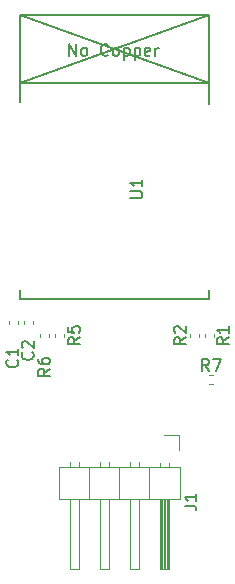
<source format=gto>
G04 #@! TF.GenerationSoftware,KiCad,Pcbnew,6.0.10-86aedd382b~118~ubuntu22.04.1*
G04 #@! TF.CreationDate,2023-01-28T15:28:02-08:00*
G04 #@! TF.ProjectId,esp8266-dongle,65737038-3236-4362-9d64-6f6e676c652e,rev?*
G04 #@! TF.SameCoordinates,Original*
G04 #@! TF.FileFunction,Legend,Top*
G04 #@! TF.FilePolarity,Positive*
%FSLAX46Y46*%
G04 Gerber Fmt 4.6, Leading zero omitted, Abs format (unit mm)*
G04 Created by KiCad (PCBNEW 6.0.10-86aedd382b~118~ubuntu22.04.1) date 2023-01-28 15:28:02*
%MOMM*%
%LPD*%
G01*
G04 APERTURE LIST*
%ADD10C,0.150000*%
%ADD11C,0.120000*%
%ADD12C,0.152400*%
G04 APERTURE END LIST*
D10*
G04 #@! TO.C,R2*
X121837380Y-97956666D02*
X121361190Y-98290000D01*
X121837380Y-98528095D02*
X120837380Y-98528095D01*
X120837380Y-98147142D01*
X120885000Y-98051904D01*
X120932619Y-98004285D01*
X121027857Y-97956666D01*
X121170714Y-97956666D01*
X121265952Y-98004285D01*
X121313571Y-98051904D01*
X121361190Y-98147142D01*
X121361190Y-98528095D01*
X120932619Y-97575714D02*
X120885000Y-97528095D01*
X120837380Y-97432857D01*
X120837380Y-97194761D01*
X120885000Y-97099523D01*
X120932619Y-97051904D01*
X121027857Y-97004285D01*
X121123095Y-97004285D01*
X121265952Y-97051904D01*
X121837380Y-97623333D01*
X121837380Y-97004285D01*
G04 #@! TO.C,R1*
X125447380Y-97956666D02*
X124971190Y-98290000D01*
X125447380Y-98528095D02*
X124447380Y-98528095D01*
X124447380Y-98147142D01*
X124495000Y-98051904D01*
X124542619Y-98004285D01*
X124637857Y-97956666D01*
X124780714Y-97956666D01*
X124875952Y-98004285D01*
X124923571Y-98051904D01*
X124971190Y-98147142D01*
X124971190Y-98528095D01*
X125447380Y-97004285D02*
X125447380Y-97575714D01*
X125447380Y-97290000D02*
X124447380Y-97290000D01*
X124590238Y-97385238D01*
X124685476Y-97480476D01*
X124733095Y-97575714D01*
G04 #@! TO.C,U1*
X117132380Y-86171904D02*
X117941904Y-86171904D01*
X118037142Y-86124285D01*
X118084761Y-86076666D01*
X118132380Y-85981428D01*
X118132380Y-85790952D01*
X118084761Y-85695714D01*
X118037142Y-85648095D01*
X117941904Y-85600476D01*
X117132380Y-85600476D01*
X118132380Y-84600476D02*
X118132380Y-85171904D01*
X118132380Y-84886190D02*
X117132380Y-84886190D01*
X117275238Y-84981428D01*
X117370476Y-85076666D01*
X117418095Y-85171904D01*
X111967714Y-74112380D02*
X111967714Y-73112380D01*
X112539142Y-74112380D01*
X112539142Y-73112380D01*
X113158190Y-74112380D02*
X113062952Y-74064761D01*
X113015333Y-74017142D01*
X112967714Y-73921904D01*
X112967714Y-73636190D01*
X113015333Y-73540952D01*
X113062952Y-73493333D01*
X113158190Y-73445714D01*
X113301047Y-73445714D01*
X113396285Y-73493333D01*
X113443904Y-73540952D01*
X113491523Y-73636190D01*
X113491523Y-73921904D01*
X113443904Y-74017142D01*
X113396285Y-74064761D01*
X113301047Y-74112380D01*
X113158190Y-74112380D01*
X115253428Y-74017142D02*
X115205809Y-74064761D01*
X115062952Y-74112380D01*
X114967714Y-74112380D01*
X114824857Y-74064761D01*
X114729619Y-73969523D01*
X114682000Y-73874285D01*
X114634380Y-73683809D01*
X114634380Y-73540952D01*
X114682000Y-73350476D01*
X114729619Y-73255238D01*
X114824857Y-73160000D01*
X114967714Y-73112380D01*
X115062952Y-73112380D01*
X115205809Y-73160000D01*
X115253428Y-73207619D01*
X115824857Y-74112380D02*
X115729619Y-74064761D01*
X115682000Y-74017142D01*
X115634380Y-73921904D01*
X115634380Y-73636190D01*
X115682000Y-73540952D01*
X115729619Y-73493333D01*
X115824857Y-73445714D01*
X115967714Y-73445714D01*
X116062952Y-73493333D01*
X116110571Y-73540952D01*
X116158190Y-73636190D01*
X116158190Y-73921904D01*
X116110571Y-74017142D01*
X116062952Y-74064761D01*
X115967714Y-74112380D01*
X115824857Y-74112380D01*
X116586761Y-73445714D02*
X116586761Y-74445714D01*
X116586761Y-73493333D02*
X116682000Y-73445714D01*
X116872476Y-73445714D01*
X116967714Y-73493333D01*
X117015333Y-73540952D01*
X117062952Y-73636190D01*
X117062952Y-73921904D01*
X117015333Y-74017142D01*
X116967714Y-74064761D01*
X116872476Y-74112380D01*
X116682000Y-74112380D01*
X116586761Y-74064761D01*
X117491523Y-73445714D02*
X117491523Y-74445714D01*
X117491523Y-73493333D02*
X117586761Y-73445714D01*
X117777238Y-73445714D01*
X117872476Y-73493333D01*
X117920095Y-73540952D01*
X117967714Y-73636190D01*
X117967714Y-73921904D01*
X117920095Y-74017142D01*
X117872476Y-74064761D01*
X117777238Y-74112380D01*
X117586761Y-74112380D01*
X117491523Y-74064761D01*
X118777238Y-74064761D02*
X118682000Y-74112380D01*
X118491523Y-74112380D01*
X118396285Y-74064761D01*
X118348666Y-73969523D01*
X118348666Y-73588571D01*
X118396285Y-73493333D01*
X118491523Y-73445714D01*
X118682000Y-73445714D01*
X118777238Y-73493333D01*
X118824857Y-73588571D01*
X118824857Y-73683809D01*
X118348666Y-73779047D01*
X119253428Y-74112380D02*
X119253428Y-73445714D01*
X119253428Y-73636190D02*
X119301047Y-73540952D01*
X119348666Y-73493333D01*
X119443904Y-73445714D01*
X119539142Y-73445714D01*
G04 #@! TO.C,J1*
X121722380Y-112218333D02*
X122436666Y-112218333D01*
X122579523Y-112265952D01*
X122674761Y-112361190D01*
X122722380Y-112504047D01*
X122722380Y-112599285D01*
X122722380Y-111218333D02*
X122722380Y-111789761D01*
X122722380Y-111504047D02*
X121722380Y-111504047D01*
X121865238Y-111599285D01*
X121960476Y-111694523D01*
X122008095Y-111789761D01*
G04 #@! TO.C,C1*
X107545142Y-99861666D02*
X107592761Y-99909285D01*
X107640380Y-100052142D01*
X107640380Y-100147380D01*
X107592761Y-100290238D01*
X107497523Y-100385476D01*
X107402285Y-100433095D01*
X107211809Y-100480714D01*
X107068952Y-100480714D01*
X106878476Y-100433095D01*
X106783238Y-100385476D01*
X106688000Y-100290238D01*
X106640380Y-100147380D01*
X106640380Y-100052142D01*
X106688000Y-99909285D01*
X106735619Y-99861666D01*
X107640380Y-98909285D02*
X107640380Y-99480714D01*
X107640380Y-99195000D02*
X106640380Y-99195000D01*
X106783238Y-99290238D01*
X106878476Y-99385476D01*
X106926095Y-99480714D01*
G04 #@! TO.C,R5*
X112847380Y-97956666D02*
X112371190Y-98290000D01*
X112847380Y-98528095D02*
X111847380Y-98528095D01*
X111847380Y-98147142D01*
X111895000Y-98051904D01*
X111942619Y-98004285D01*
X112037857Y-97956666D01*
X112180714Y-97956666D01*
X112275952Y-98004285D01*
X112323571Y-98051904D01*
X112371190Y-98147142D01*
X112371190Y-98528095D01*
X111847380Y-97051904D02*
X111847380Y-97528095D01*
X112323571Y-97575714D01*
X112275952Y-97528095D01*
X112228333Y-97432857D01*
X112228333Y-97194761D01*
X112275952Y-97099523D01*
X112323571Y-97051904D01*
X112418809Y-97004285D01*
X112656904Y-97004285D01*
X112752142Y-97051904D01*
X112799761Y-97099523D01*
X112847380Y-97194761D01*
X112847380Y-97432857D01*
X112799761Y-97528095D01*
X112752142Y-97575714D01*
G04 #@! TO.C,C2*
X108842142Y-99226666D02*
X108889761Y-99274285D01*
X108937380Y-99417142D01*
X108937380Y-99512380D01*
X108889761Y-99655238D01*
X108794523Y-99750476D01*
X108699285Y-99798095D01*
X108508809Y-99845714D01*
X108365952Y-99845714D01*
X108175476Y-99798095D01*
X108080238Y-99750476D01*
X107985000Y-99655238D01*
X107937380Y-99512380D01*
X107937380Y-99417142D01*
X107985000Y-99274285D01*
X108032619Y-99226666D01*
X108032619Y-98845714D02*
X107985000Y-98798095D01*
X107937380Y-98702857D01*
X107937380Y-98464761D01*
X107985000Y-98369523D01*
X108032619Y-98321904D01*
X108127857Y-98274285D01*
X108223095Y-98274285D01*
X108365952Y-98321904D01*
X108937380Y-98893333D01*
X108937380Y-98274285D01*
G04 #@! TO.C,R6*
X110307380Y-100623666D02*
X109831190Y-100957000D01*
X110307380Y-101195095D02*
X109307380Y-101195095D01*
X109307380Y-100814142D01*
X109355000Y-100718904D01*
X109402619Y-100671285D01*
X109497857Y-100623666D01*
X109640714Y-100623666D01*
X109735952Y-100671285D01*
X109783571Y-100718904D01*
X109831190Y-100814142D01*
X109831190Y-101195095D01*
X109307380Y-99766523D02*
X109307380Y-99957000D01*
X109355000Y-100052238D01*
X109402619Y-100099857D01*
X109545476Y-100195095D01*
X109735952Y-100242714D01*
X110116904Y-100242714D01*
X110212142Y-100195095D01*
X110259761Y-100147476D01*
X110307380Y-100052238D01*
X110307380Y-99861761D01*
X110259761Y-99766523D01*
X110212142Y-99718904D01*
X110116904Y-99671285D01*
X109878809Y-99671285D01*
X109783571Y-99718904D01*
X109735952Y-99766523D01*
X109688333Y-99861761D01*
X109688333Y-100052238D01*
X109735952Y-100147476D01*
X109783571Y-100195095D01*
X109878809Y-100242714D01*
G04 #@! TO.C,R7*
X123783333Y-100782380D02*
X123450000Y-100306190D01*
X123211904Y-100782380D02*
X123211904Y-99782380D01*
X123592857Y-99782380D01*
X123688095Y-99830000D01*
X123735714Y-99877619D01*
X123783333Y-99972857D01*
X123783333Y-100115714D01*
X123735714Y-100210952D01*
X123688095Y-100258571D01*
X123592857Y-100306190D01*
X123211904Y-100306190D01*
X124116666Y-99782380D02*
X124783333Y-99782380D01*
X124354761Y-100782380D01*
D11*
G04 #@! TO.C,R2*
X122935000Y-97943641D02*
X122935000Y-97636359D01*
X122175000Y-97943641D02*
X122175000Y-97636359D01*
G04 #@! TO.C,R1*
X123445000Y-97636359D02*
X123445000Y-97943641D01*
X124205000Y-97636359D02*
X124205000Y-97943641D01*
D12*
G04 #@! TO.C,U1*
X107774000Y-70678000D02*
X107774000Y-78044000D01*
X107782000Y-76460000D02*
X123782000Y-76460000D01*
X123776000Y-94681000D02*
X123776000Y-93919000D01*
X123782000Y-70660000D02*
X107782000Y-76460000D01*
X107774000Y-93919000D02*
X107774000Y-94681000D01*
X107782000Y-70660000D02*
X123782000Y-76460000D01*
X123776000Y-70678000D02*
X123776000Y-78171000D01*
X107774000Y-70678000D02*
X123776000Y-70678000D01*
X107774000Y-94681000D02*
X123776000Y-94681000D01*
D11*
G04 #@! TO.C,J1*
X111050000Y-111600000D02*
X121330000Y-111600000D01*
X115300000Y-111600000D02*
X115300000Y-117600000D01*
X114540000Y-117600000D02*
X114540000Y-111600000D01*
X111050000Y-108940000D02*
X111050000Y-111600000D01*
X119960000Y-111600000D02*
X119960000Y-117600000D01*
X120380000Y-111600000D02*
X120380000Y-117600000D01*
X119720000Y-111600000D02*
X119720000Y-117600000D01*
X112760000Y-117600000D02*
X112000000Y-117600000D01*
X121330000Y-111600000D02*
X121330000Y-108940000D01*
X117840000Y-117600000D02*
X117080000Y-117600000D01*
X117840000Y-108542929D02*
X117840000Y-108940000D01*
X117840000Y-111600000D02*
X117840000Y-117600000D01*
X120200000Y-111600000D02*
X120200000Y-117600000D01*
X114540000Y-108542929D02*
X114540000Y-108940000D01*
X112000000Y-108542929D02*
X112000000Y-108940000D01*
X118730000Y-108940000D02*
X118730000Y-111600000D01*
X113650000Y-108940000D02*
X113650000Y-111600000D01*
X121330000Y-108940000D02*
X111050000Y-108940000D01*
X120320000Y-111600000D02*
X120320000Y-117600000D01*
X120380000Y-108610000D02*
X120380000Y-108940000D01*
X119620000Y-117600000D02*
X119620000Y-111600000D01*
X112000000Y-117600000D02*
X112000000Y-111600000D01*
X120080000Y-111600000D02*
X120080000Y-117600000D01*
X115300000Y-117600000D02*
X114540000Y-117600000D01*
X115300000Y-108542929D02*
X115300000Y-108940000D01*
X119620000Y-108610000D02*
X119620000Y-108940000D01*
X117080000Y-108542929D02*
X117080000Y-108940000D01*
X121270000Y-106230000D02*
X121270000Y-107500000D01*
X112760000Y-111600000D02*
X112760000Y-117600000D01*
X116190000Y-108940000D02*
X116190000Y-111600000D01*
X120380000Y-117600000D02*
X119620000Y-117600000D01*
X117080000Y-117600000D02*
X117080000Y-111600000D01*
X112760000Y-108542929D02*
X112760000Y-108940000D01*
X120000000Y-106230000D02*
X121270000Y-106230000D01*
X119840000Y-111600000D02*
X119840000Y-117600000D01*
G04 #@! TO.C,C1*
X106855000Y-96567164D02*
X106855000Y-96782836D01*
X107575000Y-96567164D02*
X107575000Y-96782836D01*
G04 #@! TO.C,R5*
X111505000Y-97943641D02*
X111505000Y-97636359D01*
X110745000Y-97943641D02*
X110745000Y-97636359D01*
G04 #@! TO.C,C2*
X108845000Y-96567164D02*
X108845000Y-96782836D01*
X108125000Y-96567164D02*
X108125000Y-96782836D01*
G04 #@! TO.C,R6*
X110235000Y-97943641D02*
X110235000Y-97636359D01*
X109475000Y-97943641D02*
X109475000Y-97636359D01*
G04 #@! TO.C,R7*
X123796359Y-101120000D02*
X124103641Y-101120000D01*
X123796359Y-101880000D02*
X124103641Y-101880000D01*
G04 #@! TD*
M02*

</source>
